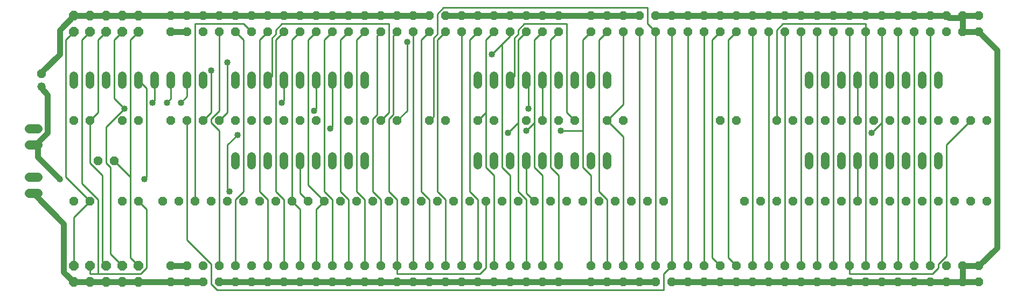
<source format=gtl>
G75*
%MOIN*%
%OFA0B0*%
%FSLAX25Y25*%
%IPPOS*%
%LPD*%
%AMOC8*
5,1,8,0,0,1.08239X$1,22.5*
%
%ADD10OC8,0.05250*%
%ADD11OC8,0.05200*%
%ADD12C,0.05200*%
%ADD13OC8,0.06000*%
%ADD14C,0.05600*%
%ADD15C,0.05200*%
%ADD16C,0.03600*%
%ADD17C,0.04000*%
%ADD18C,0.01000*%
D10*
X0096300Y0021300D03*
X0106300Y0021300D03*
X0116300Y0021300D03*
X0126300Y0021300D03*
X0136300Y0021300D03*
X0146300Y0021300D03*
X0156300Y0021300D03*
X0166300Y0021300D03*
X0176300Y0021300D03*
X0186300Y0021300D03*
X0196300Y0021300D03*
X0206300Y0021300D03*
X0216300Y0021300D03*
X0226300Y0021300D03*
X0236300Y0021300D03*
X0246300Y0021300D03*
X0256300Y0021300D03*
X0266300Y0021300D03*
X0276300Y0021300D03*
X0286300Y0021300D03*
X0296300Y0021300D03*
X0306300Y0021300D03*
X0316300Y0021300D03*
X0326300Y0021300D03*
X0336300Y0021300D03*
X0356300Y0021300D03*
X0366300Y0021300D03*
X0376300Y0021300D03*
X0386300Y0021300D03*
X0396300Y0021300D03*
X0406300Y0021300D03*
X0416300Y0021300D03*
X0426300Y0021300D03*
X0436300Y0021300D03*
X0446300Y0021300D03*
X0456300Y0021300D03*
X0466300Y0021300D03*
X0476300Y0021300D03*
X0486300Y0021300D03*
X0496300Y0021300D03*
X0506300Y0021300D03*
X0516300Y0021300D03*
X0526300Y0021300D03*
X0536300Y0021300D03*
X0546300Y0021300D03*
X0556300Y0021300D03*
X0566300Y0021300D03*
X0576300Y0021300D03*
X0586300Y0021300D03*
X0596300Y0021300D03*
X0596300Y0031300D03*
X0586300Y0031300D03*
X0576300Y0031300D03*
X0566300Y0031300D03*
X0556300Y0031300D03*
X0546300Y0031300D03*
X0536300Y0031300D03*
X0526300Y0031300D03*
X0516300Y0031300D03*
X0506300Y0031300D03*
X0496300Y0031300D03*
X0486300Y0031300D03*
X0476300Y0031300D03*
X0466300Y0031300D03*
X0456300Y0031300D03*
X0446300Y0031300D03*
X0436300Y0031300D03*
X0426300Y0031300D03*
X0416300Y0031300D03*
X0406300Y0031300D03*
X0396300Y0031300D03*
X0386300Y0031300D03*
X0376300Y0031300D03*
X0366300Y0031300D03*
X0356300Y0031300D03*
X0336300Y0031300D03*
X0326300Y0031300D03*
X0316300Y0031300D03*
X0306300Y0031300D03*
X0296300Y0031300D03*
X0286300Y0031300D03*
X0276300Y0031300D03*
X0266300Y0031300D03*
X0256300Y0031300D03*
X0246300Y0031300D03*
X0236300Y0031300D03*
X0226300Y0031300D03*
X0216300Y0031300D03*
X0206300Y0031300D03*
X0196300Y0031300D03*
X0186300Y0031300D03*
X0176300Y0031300D03*
X0166300Y0031300D03*
X0156300Y0031300D03*
X0146300Y0031300D03*
X0136300Y0031300D03*
X0126300Y0031300D03*
X0116300Y0031300D03*
X0106300Y0031300D03*
X0096300Y0031300D03*
X0096300Y0176300D03*
X0106300Y0176300D03*
X0116300Y0176300D03*
X0126300Y0176300D03*
X0136300Y0176300D03*
X0146300Y0176300D03*
X0156300Y0176300D03*
X0166300Y0176300D03*
X0176300Y0176300D03*
X0186300Y0176300D03*
X0196300Y0176300D03*
X0206300Y0176300D03*
X0216300Y0176300D03*
X0226300Y0176300D03*
X0236300Y0176300D03*
X0246300Y0176300D03*
X0256300Y0176300D03*
X0266300Y0176300D03*
X0276300Y0176300D03*
X0286300Y0176300D03*
X0296300Y0176300D03*
X0306300Y0176300D03*
X0316300Y0176300D03*
X0326300Y0176300D03*
X0336300Y0176300D03*
X0356300Y0176300D03*
X0366300Y0176300D03*
X0376300Y0176300D03*
X0386300Y0176300D03*
X0396300Y0176300D03*
X0406300Y0176300D03*
X0416300Y0176300D03*
X0426300Y0176300D03*
X0436300Y0176300D03*
X0446300Y0176300D03*
X0456300Y0176300D03*
X0466300Y0176300D03*
X0476300Y0176300D03*
X0486300Y0176300D03*
X0496300Y0176300D03*
X0506300Y0176300D03*
X0516300Y0176300D03*
X0526300Y0176300D03*
X0536300Y0176300D03*
X0546300Y0176300D03*
X0556300Y0176300D03*
X0566300Y0176300D03*
X0576300Y0176300D03*
X0586300Y0176300D03*
X0596300Y0176300D03*
X0596300Y0186300D03*
X0586300Y0186300D03*
X0576300Y0186300D03*
X0566300Y0186300D03*
X0556300Y0186300D03*
X0546300Y0186300D03*
X0536300Y0186300D03*
X0526300Y0186300D03*
X0516300Y0186300D03*
X0506300Y0186300D03*
X0496300Y0186300D03*
X0486300Y0186300D03*
X0476300Y0186300D03*
X0466300Y0186300D03*
X0456300Y0186300D03*
X0446300Y0186300D03*
X0436300Y0186300D03*
X0426300Y0186300D03*
X0416300Y0186300D03*
X0406300Y0186300D03*
X0396300Y0186300D03*
X0386300Y0186300D03*
X0376300Y0186300D03*
X0366300Y0186300D03*
X0356300Y0186300D03*
X0336300Y0186300D03*
X0326300Y0186300D03*
X0316300Y0186300D03*
X0306300Y0186300D03*
X0296300Y0186300D03*
X0286300Y0186300D03*
X0276300Y0186300D03*
X0266300Y0186300D03*
X0256300Y0186300D03*
X0246300Y0186300D03*
X0236300Y0186300D03*
X0226300Y0186300D03*
X0216300Y0186300D03*
X0206300Y0186300D03*
X0196300Y0186300D03*
X0186300Y0186300D03*
X0176300Y0186300D03*
X0166300Y0186300D03*
X0156300Y0186300D03*
X0146300Y0186300D03*
X0136300Y0186300D03*
X0126300Y0186300D03*
X0116300Y0186300D03*
X0106300Y0186300D03*
X0096300Y0186300D03*
D11*
X0016300Y0150300D03*
X0036300Y0121300D03*
X0046300Y0121300D03*
X0066300Y0121300D03*
X0076300Y0121300D03*
X0096300Y0121300D03*
X0106300Y0121300D03*
X0116300Y0121300D03*
X0126300Y0121300D03*
X0136300Y0121300D03*
X0146300Y0121300D03*
X0156300Y0121300D03*
X0166300Y0121300D03*
X0176300Y0121300D03*
X0186300Y0121300D03*
X0206300Y0121300D03*
X0216300Y0121300D03*
X0226300Y0121300D03*
X0236300Y0121300D03*
X0256300Y0121300D03*
X0266300Y0121300D03*
X0286300Y0121300D03*
X0296300Y0121300D03*
X0316300Y0121300D03*
X0326300Y0121300D03*
X0336300Y0121300D03*
X0346300Y0121300D03*
X0366300Y0121300D03*
X0376300Y0121300D03*
X0436300Y0121300D03*
X0446300Y0121300D03*
X0471300Y0121300D03*
X0481300Y0121300D03*
X0491300Y0121300D03*
X0501300Y0121300D03*
X0511300Y0121300D03*
X0521300Y0121300D03*
X0531300Y0121300D03*
X0541300Y0121300D03*
X0551300Y0121300D03*
X0561300Y0121300D03*
X0571300Y0121300D03*
X0581300Y0121300D03*
X0591300Y0121300D03*
X0601300Y0121300D03*
X0601300Y0071300D03*
X0591300Y0071300D03*
X0581300Y0071300D03*
X0571300Y0071300D03*
X0561300Y0071300D03*
X0551300Y0071300D03*
X0541300Y0071300D03*
X0531300Y0071300D03*
X0521300Y0071300D03*
X0511300Y0071300D03*
X0501300Y0071300D03*
X0491300Y0071300D03*
X0481300Y0071300D03*
X0471300Y0071300D03*
X0461300Y0071300D03*
X0451300Y0071300D03*
X0401300Y0071300D03*
X0391300Y0071300D03*
X0381300Y0071300D03*
X0371300Y0071300D03*
X0361300Y0071300D03*
X0351300Y0071300D03*
X0341300Y0071300D03*
X0331300Y0071300D03*
X0321300Y0071300D03*
X0311300Y0071300D03*
X0301300Y0071300D03*
X0291300Y0071300D03*
X0281300Y0071300D03*
X0271300Y0071300D03*
X0261300Y0071300D03*
X0251300Y0071300D03*
X0241300Y0071300D03*
X0231300Y0071300D03*
X0221300Y0071300D03*
X0211300Y0071300D03*
X0201300Y0071300D03*
X0191300Y0071300D03*
X0181300Y0071300D03*
X0171300Y0071300D03*
X0161300Y0071300D03*
X0151300Y0071300D03*
X0141300Y0071300D03*
X0131300Y0071300D03*
X0121300Y0071300D03*
X0111300Y0071300D03*
X0101300Y0071300D03*
X0091300Y0071300D03*
X0076300Y0071300D03*
X0066300Y0071300D03*
X0046300Y0071300D03*
X0036300Y0071300D03*
X0051300Y0096300D03*
X0061300Y0096300D03*
D12*
X0136300Y0098900D02*
X0136300Y0093700D01*
X0146300Y0093700D02*
X0146300Y0098900D01*
X0156300Y0098900D02*
X0156300Y0093700D01*
X0166300Y0093700D02*
X0166300Y0098900D01*
X0176300Y0098900D02*
X0176300Y0093700D01*
X0186300Y0093700D02*
X0186300Y0098900D01*
X0196300Y0098900D02*
X0196300Y0093700D01*
X0206300Y0093700D02*
X0206300Y0098900D01*
X0216300Y0098900D02*
X0216300Y0093700D01*
X0286300Y0093700D02*
X0286300Y0098900D01*
X0296300Y0098900D02*
X0296300Y0093700D01*
X0306300Y0093700D02*
X0306300Y0098900D01*
X0316300Y0098900D02*
X0316300Y0093700D01*
X0326300Y0093700D02*
X0326300Y0098900D01*
X0336300Y0098900D02*
X0336300Y0093700D01*
X0346300Y0093700D02*
X0346300Y0098900D01*
X0356300Y0098900D02*
X0356300Y0093700D01*
X0366300Y0093700D02*
X0366300Y0098900D01*
X0491300Y0098900D02*
X0491300Y0093700D01*
X0501300Y0093700D02*
X0501300Y0098900D01*
X0511300Y0098900D02*
X0511300Y0093700D01*
X0521300Y0093700D02*
X0521300Y0098900D01*
X0531300Y0098900D02*
X0531300Y0093700D01*
X0541300Y0093700D02*
X0541300Y0098900D01*
X0551300Y0098900D02*
X0551300Y0093700D01*
X0561300Y0093700D02*
X0561300Y0098900D01*
X0571300Y0098900D02*
X0571300Y0093700D01*
X0571300Y0143700D02*
X0571300Y0148900D01*
X0561300Y0148900D02*
X0561300Y0143700D01*
X0551300Y0143700D02*
X0551300Y0148900D01*
X0541300Y0148900D02*
X0541300Y0143700D01*
X0531300Y0143700D02*
X0531300Y0148900D01*
X0521300Y0148900D02*
X0521300Y0143700D01*
X0511300Y0143700D02*
X0511300Y0148900D01*
X0501300Y0148900D02*
X0501300Y0143700D01*
X0491300Y0143700D02*
X0491300Y0148900D01*
X0366300Y0148900D02*
X0366300Y0143700D01*
X0356300Y0143700D02*
X0356300Y0148900D01*
X0346300Y0148900D02*
X0346300Y0143700D01*
X0336300Y0143700D02*
X0336300Y0148900D01*
X0326300Y0148900D02*
X0326300Y0143700D01*
X0316300Y0143700D02*
X0316300Y0148900D01*
X0306300Y0148900D02*
X0306300Y0143700D01*
X0296300Y0143700D02*
X0296300Y0148900D01*
X0286300Y0148900D02*
X0286300Y0143700D01*
X0216300Y0143700D02*
X0216300Y0148900D01*
X0206300Y0148900D02*
X0206300Y0143700D01*
X0196300Y0143700D02*
X0196300Y0148900D01*
X0186300Y0148900D02*
X0186300Y0143700D01*
X0176300Y0143700D02*
X0176300Y0148900D01*
X0166300Y0148900D02*
X0166300Y0143700D01*
X0156300Y0143700D02*
X0156300Y0148900D01*
X0146300Y0148900D02*
X0146300Y0143700D01*
X0136300Y0143700D02*
X0136300Y0148900D01*
X0116300Y0148900D02*
X0116300Y0143700D01*
X0106300Y0143700D02*
X0106300Y0148900D01*
X0096300Y0148900D02*
X0096300Y0143700D01*
X0086300Y0143700D02*
X0086300Y0148900D01*
X0076300Y0148900D02*
X0076300Y0143700D01*
X0066300Y0143700D02*
X0066300Y0148900D01*
X0056300Y0148900D02*
X0056300Y0143700D01*
X0046300Y0143700D02*
X0046300Y0148900D01*
X0036300Y0148900D02*
X0036300Y0143700D01*
D13*
X0036300Y0176300D03*
X0046300Y0176300D03*
X0056300Y0176300D03*
X0066300Y0176300D03*
X0076300Y0176300D03*
X0076300Y0186300D03*
X0066300Y0186300D03*
X0056300Y0186300D03*
X0046300Y0186300D03*
X0036300Y0186300D03*
X0036300Y0031300D03*
X0046300Y0031300D03*
X0056300Y0031300D03*
X0066300Y0031300D03*
X0076300Y0031300D03*
X0076300Y0021300D03*
X0066300Y0021300D03*
X0056300Y0021300D03*
X0046300Y0021300D03*
X0036300Y0021300D03*
D14*
X0014100Y0076300D02*
X0008500Y0076300D01*
X0008500Y0086300D02*
X0014100Y0086300D01*
X0014100Y0106300D02*
X0008500Y0106300D01*
X0008500Y0116300D02*
X0014100Y0116300D01*
D15*
X0016300Y0142300D03*
D16*
X0030050Y0027550D02*
X0036300Y0021300D01*
X0046300Y0021300D01*
X0056300Y0021300D01*
X0066300Y0021300D01*
X0076300Y0021300D01*
X0096300Y0021300D01*
X0106300Y0021300D01*
X0116300Y0021300D01*
X0126300Y0021300D02*
X0136300Y0021300D01*
X0146300Y0021300D01*
X0156300Y0021300D01*
X0166300Y0021300D01*
X0176300Y0021300D01*
X0186300Y0021300D01*
X0196300Y0021300D01*
X0206300Y0021300D01*
X0216300Y0021300D01*
X0226300Y0021300D01*
X0236300Y0021300D01*
X0246300Y0021300D01*
X0256300Y0021300D01*
X0266300Y0021300D01*
X0276300Y0021300D01*
X0286300Y0021300D01*
X0296300Y0021300D01*
X0306300Y0021300D01*
X0316300Y0021300D01*
X0326300Y0021300D01*
X0336300Y0021300D01*
X0356300Y0021300D01*
X0366300Y0021300D01*
X0376300Y0021300D01*
X0386300Y0021300D01*
X0396300Y0021300D01*
X0406300Y0021300D02*
X0416300Y0021300D01*
X0426300Y0021300D01*
X0436300Y0021300D01*
X0446300Y0021300D01*
X0456300Y0021300D01*
X0466300Y0021300D01*
X0476300Y0021300D01*
X0486300Y0021300D01*
X0496300Y0021300D01*
X0506300Y0021300D01*
X0516300Y0021300D01*
X0526300Y0021300D01*
X0536300Y0021300D01*
X0546300Y0021300D01*
X0556300Y0021300D01*
X0566300Y0021300D01*
X0576300Y0021300D01*
X0586300Y0021300D01*
X0596300Y0021300D01*
X0586300Y0021300D02*
X0586300Y0031300D01*
X0596300Y0031300D01*
X0607550Y0042550D01*
X0607550Y0165050D01*
X0596300Y0176300D01*
X0586300Y0176300D01*
X0586300Y0186300D01*
X0585050Y0185050D01*
X0577550Y0185050D01*
X0576300Y0186300D01*
X0566300Y0186300D01*
X0556300Y0186300D01*
X0546300Y0186300D01*
X0536300Y0186300D01*
X0526300Y0186300D01*
X0516300Y0186300D01*
X0506300Y0186300D01*
X0496300Y0186300D01*
X0486300Y0186300D01*
X0476300Y0186300D01*
X0466300Y0186300D01*
X0456300Y0186300D01*
X0446300Y0186300D01*
X0436300Y0186300D01*
X0426300Y0186300D01*
X0416300Y0186300D01*
X0406300Y0186300D01*
X0396300Y0186300D01*
X0386300Y0186300D02*
X0376300Y0186300D01*
X0366300Y0186300D01*
X0356300Y0186300D01*
X0336300Y0186300D01*
X0326300Y0186300D01*
X0316300Y0186300D01*
X0306300Y0186300D01*
X0296300Y0186300D01*
X0286300Y0186300D01*
X0276300Y0186300D01*
X0266300Y0186300D01*
X0256300Y0186300D02*
X0246300Y0186300D01*
X0236300Y0186300D01*
X0226300Y0186300D01*
X0216300Y0186300D01*
X0206300Y0186300D01*
X0196300Y0186300D01*
X0186300Y0186300D01*
X0176300Y0186300D01*
X0166300Y0186300D01*
X0156300Y0186300D01*
X0146300Y0186300D01*
X0136300Y0186300D01*
X0126300Y0186300D01*
X0116300Y0186300D01*
X0106300Y0186300D01*
X0096300Y0186300D01*
X0076300Y0186300D01*
X0066300Y0186300D01*
X0056300Y0186300D01*
X0046300Y0186300D01*
X0036300Y0186300D01*
X0027550Y0177550D01*
X0027550Y0162550D01*
X0016300Y0151300D01*
X0016300Y0150300D01*
X0016300Y0142300D02*
X0016300Y0141300D01*
X0020050Y0137550D01*
X0020050Y0113800D01*
X0012550Y0106300D01*
X0011300Y0106300D01*
X0013800Y0105050D01*
X0013800Y0098800D01*
X0027550Y0085050D01*
X0011300Y0076300D02*
X0030050Y0057550D01*
X0030050Y0027550D01*
X0096300Y0031300D02*
X0106300Y0031300D01*
X0106300Y0176300D02*
X0096300Y0176300D01*
X0586300Y0186300D02*
X0596300Y0186300D01*
D17*
X0530050Y0113800D03*
X0337550Y0115050D03*
X0316300Y0115050D03*
X0305050Y0113800D03*
X0317550Y0128800D03*
X0295050Y0162550D03*
X0242550Y0170050D03*
X0165050Y0132550D03*
X0185050Y0127550D03*
X0195050Y0116300D03*
X0137550Y0112550D03*
X0102550Y0132550D03*
X0093800Y0132550D03*
X0085050Y0132550D03*
X0067550Y0128800D03*
X0121300Y0152550D03*
X0131300Y0157550D03*
X0080050Y0085050D03*
X0027550Y0085050D03*
X0132550Y0077550D03*
D18*
X0131300Y0078800D01*
X0131300Y0106300D01*
X0137550Y0112550D01*
X0126300Y0115050D02*
X0121300Y0120050D01*
X0121300Y0122550D01*
X0126300Y0127550D01*
X0126300Y0176300D01*
X0136300Y0176300D02*
X0141300Y0171300D01*
X0141300Y0077550D01*
X0136300Y0072550D01*
X0136300Y0031300D01*
X0126300Y0031300D02*
X0126300Y0115050D01*
X0126300Y0121300D02*
X0131300Y0126300D01*
X0131300Y0157550D01*
X0121300Y0152550D02*
X0121300Y0126300D01*
X0116300Y0121300D01*
X0106300Y0121300D02*
X0106300Y0047550D01*
X0121300Y0032550D01*
X0121300Y0020050D01*
X0125050Y0016300D01*
X0401300Y0016300D01*
X0401300Y0026300D01*
X0406300Y0031300D01*
X0406300Y0176300D01*
X0416300Y0176300D02*
X0416300Y0031300D01*
X0426300Y0031300D02*
X0426300Y0176300D01*
X0431300Y0171300D02*
X0436300Y0176300D01*
X0431300Y0171300D02*
X0431300Y0036300D01*
X0436300Y0031300D01*
X0441300Y0036300D02*
X0446300Y0031300D01*
X0441300Y0036300D02*
X0441300Y0171300D01*
X0446300Y0176300D01*
X0456300Y0176300D02*
X0456300Y0031300D01*
X0466300Y0031300D02*
X0466300Y0176300D01*
X0471300Y0177550D02*
X0475050Y0181300D01*
X0526300Y0181300D01*
X0526300Y0176300D01*
X0526300Y0031300D01*
X0536300Y0031300D02*
X0536300Y0120050D01*
X0536300Y0176300D01*
X0546300Y0176300D02*
X0546300Y0031300D01*
X0556300Y0031300D02*
X0556300Y0176300D01*
X0566300Y0176300D02*
X0566300Y0031300D01*
X0567550Y0026300D02*
X0571300Y0030050D01*
X0571300Y0032550D01*
X0576300Y0037550D01*
X0576300Y0106300D01*
X0591300Y0121300D01*
X0536300Y0120050D02*
X0530050Y0113800D01*
X0521300Y0121300D02*
X0521300Y0146300D01*
X0471300Y0121300D02*
X0471300Y0177550D01*
X0476300Y0176300D02*
X0476300Y0031300D01*
X0486300Y0031300D02*
X0486300Y0176300D01*
X0496300Y0176300D02*
X0496300Y0031300D01*
X0506300Y0031300D02*
X0506300Y0176300D01*
X0516300Y0176300D02*
X0516300Y0031300D01*
X0516300Y0026300D01*
X0567550Y0026300D01*
X0521300Y0071300D02*
X0521300Y0096300D01*
X0376300Y0111300D02*
X0366300Y0121300D01*
X0376300Y0131300D01*
X0376300Y0176300D01*
X0366300Y0176300D02*
X0361300Y0171300D01*
X0361300Y0077550D01*
X0366300Y0072550D01*
X0366300Y0031300D01*
X0356300Y0031300D02*
X0356300Y0087550D01*
X0351300Y0092550D01*
X0351300Y0115050D01*
X0351300Y0171300D01*
X0356300Y0176300D01*
X0341300Y0181300D02*
X0341300Y0126300D01*
X0346300Y0121300D01*
X0351300Y0115050D02*
X0337550Y0115050D01*
X0326300Y0121300D02*
X0326300Y0146300D01*
X0317550Y0145050D02*
X0317550Y0128800D01*
X0291300Y0126300D02*
X0291300Y0092550D01*
X0296300Y0087550D01*
X0296300Y0031300D01*
X0291300Y0030050D02*
X0287550Y0026300D01*
X0236300Y0026300D01*
X0236300Y0031300D01*
X0236300Y0072550D01*
X0231300Y0077550D01*
X0231300Y0122550D01*
X0233800Y0125050D01*
X0233800Y0173800D01*
X0236300Y0176300D01*
X0246300Y0176300D02*
X0246300Y0031300D01*
X0256300Y0031300D02*
X0256300Y0072550D01*
X0251300Y0077550D01*
X0251300Y0171300D01*
X0256300Y0176300D01*
X0258800Y0172550D02*
X0261300Y0175050D01*
X0261300Y0187550D01*
X0265050Y0191300D01*
X0391300Y0191300D01*
X0391300Y0181300D01*
X0396300Y0176300D01*
X0396300Y0031300D01*
X0386300Y0031300D02*
X0386300Y0176300D01*
X0341300Y0181300D02*
X0315050Y0181300D01*
X0311300Y0177550D01*
X0311300Y0175050D01*
X0308800Y0172550D01*
X0308800Y0148800D01*
X0306300Y0146300D01*
X0316300Y0146300D02*
X0317550Y0145050D01*
X0295050Y0162550D02*
X0301300Y0168800D01*
X0301300Y0092550D01*
X0306300Y0087550D01*
X0306300Y0031300D01*
X0316300Y0031300D02*
X0316300Y0072550D01*
X0311300Y0077550D01*
X0311300Y0120050D01*
X0311300Y0171300D01*
X0316300Y0176300D01*
X0321300Y0171300D02*
X0326300Y0176300D01*
X0321300Y0171300D02*
X0321300Y0120050D01*
X0321300Y0092550D01*
X0326300Y0087550D01*
X0326300Y0031300D01*
X0336300Y0031300D02*
X0336300Y0087550D01*
X0331300Y0092550D01*
X0331300Y0171300D01*
X0336300Y0176300D01*
X0306300Y0176300D02*
X0306300Y0173800D01*
X0301300Y0168800D01*
X0296300Y0176300D02*
X0291300Y0171300D01*
X0291300Y0126300D01*
X0286300Y0121300D01*
X0305050Y0113800D02*
X0311300Y0120050D01*
X0316300Y0115050D02*
X0321300Y0120050D01*
X0376300Y0111300D02*
X0376300Y0031300D01*
X0291300Y0030050D02*
X0291300Y0071300D01*
X0286300Y0072550D02*
X0286300Y0031300D01*
X0276300Y0031300D02*
X0276300Y0176300D01*
X0266300Y0176300D02*
X0261300Y0171300D01*
X0261300Y0077550D01*
X0266300Y0072550D01*
X0266300Y0031300D01*
X0226300Y0031300D02*
X0226300Y0072550D01*
X0221300Y0077550D01*
X0221300Y0122550D01*
X0223800Y0125050D01*
X0223800Y0173800D01*
X0226300Y0176300D01*
X0216300Y0176300D02*
X0211300Y0171300D01*
X0211300Y0077550D01*
X0216300Y0072550D01*
X0216300Y0031300D01*
X0206300Y0031300D02*
X0206300Y0072550D01*
X0201300Y0077550D01*
X0201300Y0171300D01*
X0206300Y0176300D01*
X0196300Y0176300D02*
X0191300Y0171300D01*
X0191300Y0077550D01*
X0196300Y0072550D01*
X0196300Y0031300D01*
X0186300Y0031300D02*
X0186300Y0066300D01*
X0191300Y0071300D01*
X0181300Y0081300D01*
X0181300Y0171300D01*
X0186300Y0176300D01*
X0176300Y0176300D02*
X0171300Y0171300D01*
X0171300Y0071300D01*
X0176300Y0066300D01*
X0176300Y0031300D01*
X0166300Y0031300D02*
X0166300Y0072550D01*
X0161300Y0077550D01*
X0161300Y0171300D01*
X0166300Y0176300D01*
X0161300Y0175050D02*
X0158800Y0172550D01*
X0158800Y0148800D01*
X0156300Y0146300D01*
X0166300Y0146300D02*
X0166300Y0133800D01*
X0165050Y0132550D01*
X0185050Y0127550D02*
X0186300Y0128800D01*
X0186300Y0146300D01*
X0196300Y0146300D02*
X0196300Y0117550D01*
X0195050Y0116300D01*
X0226300Y0121300D02*
X0231300Y0126300D01*
X0231300Y0181300D01*
X0165050Y0181300D01*
X0161300Y0177550D01*
X0161300Y0175050D01*
X0156300Y0176300D02*
X0151300Y0171300D01*
X0151300Y0077550D01*
X0156300Y0072550D01*
X0156300Y0031300D01*
X0081300Y0030050D02*
X0077550Y0026300D01*
X0051300Y0026300D01*
X0051300Y0072550D01*
X0041300Y0082550D01*
X0041300Y0171300D01*
X0046300Y0176300D01*
X0051300Y0171300D02*
X0056300Y0176300D01*
X0051300Y0171300D02*
X0051300Y0126300D01*
X0046300Y0121300D01*
X0046300Y0095050D01*
X0053800Y0087550D01*
X0053800Y0033800D01*
X0056300Y0031300D01*
X0046300Y0031300D02*
X0046300Y0026300D01*
X0051300Y0026300D01*
X0058800Y0038800D02*
X0066300Y0031300D01*
X0071300Y0036300D02*
X0076300Y0031300D01*
X0081300Y0030050D02*
X0081300Y0066300D01*
X0076300Y0071300D01*
X0046300Y0071300D02*
X0031300Y0086300D01*
X0031300Y0171300D01*
X0036300Y0176300D01*
X0061300Y0171300D02*
X0066300Y0176300D01*
X0061300Y0171300D02*
X0061300Y0135050D01*
X0067550Y0128800D01*
X0056300Y0117550D01*
X0056300Y0095050D01*
X0058800Y0092550D01*
X0058800Y0038800D01*
X0071300Y0036300D02*
X0071300Y0086300D01*
X0071300Y0171300D01*
X0076300Y0176300D01*
X0111300Y0181300D02*
X0111300Y0071300D01*
X0081300Y0086300D02*
X0080050Y0085050D01*
X0081300Y0086300D02*
X0081300Y0141300D01*
X0076300Y0146300D01*
X0086300Y0146300D02*
X0086300Y0133800D01*
X0085050Y0132550D01*
X0093800Y0132550D02*
X0096300Y0135050D01*
X0096300Y0146300D01*
X0106300Y0146300D02*
X0106300Y0136300D01*
X0102550Y0132550D01*
X0061300Y0096300D02*
X0071300Y0086300D01*
X0046300Y0071300D02*
X0036300Y0061300D01*
X0036300Y0031300D01*
X0176300Y0076300D02*
X0176300Y0096300D01*
X0176300Y0076300D02*
X0181300Y0071300D01*
X0281300Y0077550D02*
X0286300Y0072550D01*
X0281300Y0077550D02*
X0281300Y0171300D01*
X0286300Y0176300D01*
X0258800Y0172550D02*
X0258800Y0123800D01*
X0256300Y0121300D01*
X0242550Y0127550D02*
X0242550Y0170050D01*
X0146300Y0176300D02*
X0141300Y0181300D01*
X0111300Y0181300D01*
X0236300Y0121300D02*
X0242550Y0127550D01*
X0316300Y0096300D02*
X0316300Y0076300D01*
X0321300Y0071300D01*
M02*

</source>
